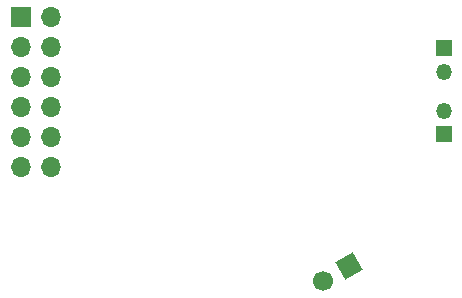
<source format=gbr>
%TF.GenerationSoftware,KiCad,Pcbnew,7.0.5*%
%TF.CreationDate,2023-06-07T18:34:11-04:00*%
%TF.ProjectId,PWR,5057522e-6b69-4636-9164-5f7063625858,rev?*%
%TF.SameCoordinates,Original*%
%TF.FileFunction,Soldermask,Bot*%
%TF.FilePolarity,Negative*%
%FSLAX46Y46*%
G04 Gerber Fmt 4.6, Leading zero omitted, Abs format (unit mm)*
G04 Created by KiCad (PCBNEW 7.0.5) date 2023-06-07 18:34:11*
%MOMM*%
%LPD*%
G01*
G04 APERTURE LIST*
G04 Aperture macros list*
%AMHorizOval*
0 Thick line with rounded ends*
0 $1 width*
0 $2 $3 position (X,Y) of the first rounded end (center of the circle)*
0 $4 $5 position (X,Y) of the second rounded end (center of the circle)*
0 Add line between two ends*
20,1,$1,$2,$3,$4,$5,0*
0 Add two circle primitives to create the rounded ends*
1,1,$1,$2,$3*
1,1,$1,$4,$5*%
%AMRotRect*
0 Rectangle, with rotation*
0 The origin of the aperture is its center*
0 $1 length*
0 $2 width*
0 $3 Rotation angle, in degrees counterclockwise*
0 Add horizontal line*
21,1,$1,$2,0,0,$3*%
G04 Aperture macros list end*
%ADD10R,1.350000X1.350000*%
%ADD11O,1.350000X1.350000*%
%ADD12RotRect,1.700000X1.700000X300.000000*%
%ADD13HorizOval,1.700000X0.000000X0.000000X0.000000X0.000000X0*%
%ADD14R,1.700000X1.700000*%
%ADD15O,1.700000X1.700000*%
G04 APERTURE END LIST*
D10*
%TO.C,J4*%
X165000000Y-91700000D03*
D11*
X165000000Y-93700000D03*
%TD*%
D10*
%TO.C,J3*%
X165000000Y-99000000D03*
D11*
X165000000Y-97000000D03*
%TD*%
D12*
%TO.C,J1*%
X156994182Y-110142500D03*
D13*
X154794477Y-111412500D03*
%TD*%
D14*
%TO.C,J2*%
X129225000Y-89100000D03*
D15*
X131765000Y-89100000D03*
X129225000Y-91640000D03*
X131765000Y-91640000D03*
X129225000Y-94180000D03*
X131765000Y-94180000D03*
X129225000Y-96720000D03*
X131765000Y-96720000D03*
X129225000Y-99260000D03*
X131765000Y-99260000D03*
X129225000Y-101800000D03*
X131765000Y-101800000D03*
%TD*%
M02*

</source>
